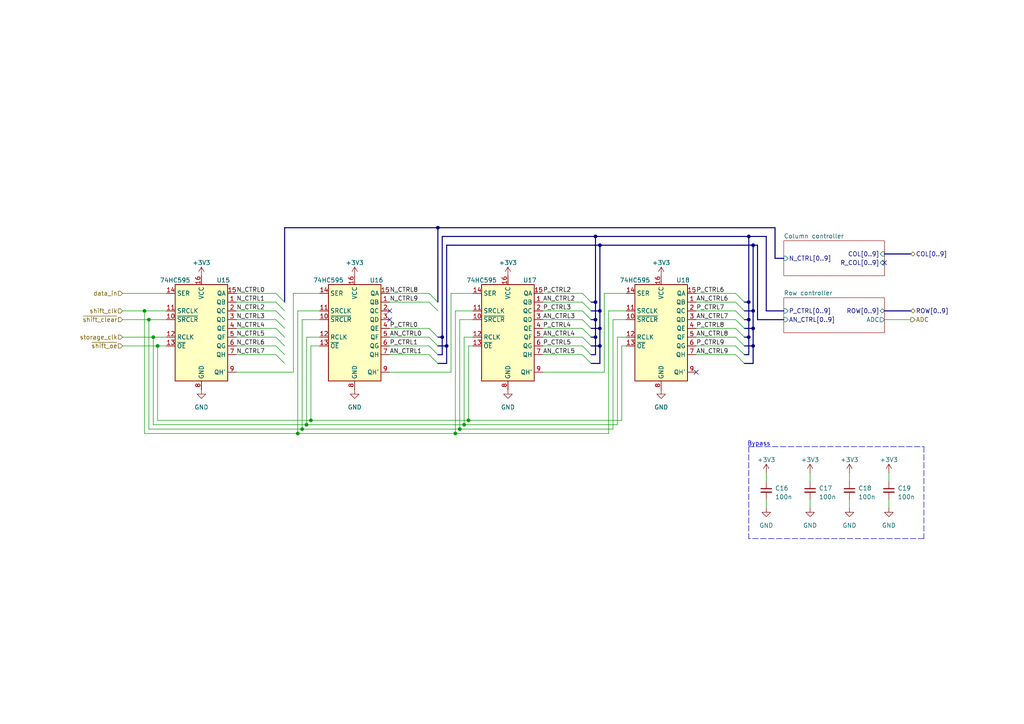
<source format=kicad_sch>
(kicad_sch (version 20210406) (generator eeschema)
  (paper "A4")
  (title_block (title "LED matrix w/ ADC") (date "26/05/2021") (rev "1") (company "Mario Rubio (mrrb.eu)"))
  (lib_symbols
    (symbol "74xx:74HC595"
      (property "Reference" "U" (at -7.62 13.97 0))
      (property "Value" "74HC595" (at -7.62 -16.51 0))
      (symbol "74HC595_1_0"
        (pin tri_state line (at 10.16 7.62 180) (length 2.54) (name "QB") (number "1"))
        (pin input line (at -10.16 2.54 0) (length 2.54) (name "~SRCLR") (number "10"))
        (pin input line (at -10.16 5.08 0) (length 2.54) (name "SRCLK") (number "11"))
        (pin input line (at -10.16 -2.54 0) (length 2.54) (name "RCLK") (number "12"))
        (pin input line (at -10.16 -5.08 0) (length 2.54) (name "~OE") (number "13"))
        (pin input line (at -10.16 10.16 0) (length 2.54) (name "SER") (number "14"))
        (pin tri_state line (at 10.16 10.16 180) (length 2.54) (name "QA") (number "15"))
        (pin power_in line (at 0 15.24 270) (length 2.54) (name "VCC") (number "16"))
        (pin tri_state line (at 10.16 5.08 180) (length 2.54) (name "QC") (number "2"))
        (pin tri_state line (at 10.16 2.54 180) (length 2.54) (name "QD") (number "3"))
        (pin tri_state line (at 10.16 0 180) (length 2.54) (name "QE") (number "4"))
        (pin tri_state line (at 10.16 -2.54 180) (length 2.54) (name "QF") (number "5"))
        (pin tri_state line (at 10.16 -5.08 180) (length 2.54) (name "QG") (number "6"))
        (pin tri_state line (at 10.16 -7.62 180) (length 2.54) (name "QH") (number "7"))
        (pin power_in line (at 0 -17.78 90) (length 2.54) (name "GND") (number "8"))
        (pin output line (at 10.16 -12.7 180) (length 2.54) (name "QH'") (number "9"))
      )
      (symbol "74HC595_1_1"
        (rectangle (start -7.62 12.7) (end 7.62 -15.24) (stroke (width 0.254)) (fill (type background)))
      )
    )
    (symbol "Device:C_Small" (pin_numbers hide) (pin_names (offset 0.254) hide)
      (property "Reference" "C" (at 0.254 1.778 0))
      (property "Value" "C_Small" (at 0.254 -2.032 0))
      (symbol "C_Small_0_1"
        (polyline (pts (xy -1.524 -0.508) (xy 1.524 -0.508)) (stroke (width 0.3302)))
        (polyline (pts (xy -1.524 0.508) (xy 1.524 0.508)) (stroke (width 0.3048)))
      )
      (symbol "C_Small_1_1"
        (pin passive line (at 0 2.54 270) (length 2.032) (name "~") (number "1"))
        (pin passive line (at 0 -2.54 90) (length 2.032) (name "~") (number "2"))
      )
    )
    (symbol "power:+3.3V" (power) (pin_names (offset 0))
      (property "Value" "+3.3V" (at 0 3.556 0))
      (symbol "+3.3V_0_1"
        (polyline (pts (xy -0.762 1.27) (xy 0 2.54)))
        (polyline (pts (xy 0 0) (xy 0 2.54)))
        (polyline (pts (xy 0 2.54) (xy 0.762 1.27)))
      )
      (symbol "+3.3V_1_1"
        (pin power_in line (at 0 0 90) (length 0) hide (name "+3V3") (number "1"))
      )
    )
    (symbol "power:+3.3V_1" (power) (pin_names (offset 0))
      (property "Value" "+3.3V" (at 0 3.556 0))
      (symbol "+3.3V_1_0_1"
        (polyline (pts (xy -0.762 1.27) (xy 0 2.54)))
        (polyline (pts (xy 0 0) (xy 0 2.54)))
        (polyline (pts (xy 0 2.54) (xy 0.762 1.27)))
      )
      (symbol "+3.3V_1_1_1"
        (pin power_in line (at 0 0 90) (length 0) hide (name "+3V3") (number "1"))
      )
    )
    (symbol "power:+3.3V_2" (power) (pin_names (offset 0))
      (property "Value" "+3.3V" (at 0 3.556 0))
      (symbol "+3.3V_2_0_1"
        (polyline (pts (xy -0.762 1.27) (xy 0 2.54)))
        (polyline (pts (xy 0 0) (xy 0 2.54)))
        (polyline (pts (xy 0 2.54) (xy 0.762 1.27)))
      )
      (symbol "+3.3V_2_1_1"
        (pin power_in line (at 0 0 90) (length 0) hide (name "+3V3") (number "1"))
      )
    )
    (symbol "power:+3.3V_3" (power) (pin_names (offset 0))
      (property "Value" "+3.3V" (at 0 3.556 0))
      (symbol "+3.3V_3_0_1"
        (polyline (pts (xy -0.762 1.27) (xy 0 2.54)))
        (polyline (pts (xy 0 0) (xy 0 2.54)))
        (polyline (pts (xy 0 2.54) (xy 0.762 1.27)))
      )
      (symbol "+3.3V_3_1_1"
        (pin power_in line (at 0 0 90) (length 0) hide (name "+3V3") (number "1"))
      )
    )
    (symbol "power:+3.3V_4" (power) (pin_names (offset 0))
      (property "Value" "+3.3V" (at 0 3.556 0))
      (symbol "+3.3V_4_0_1"
        (polyline (pts (xy -0.762 1.27) (xy 0 2.54)))
        (polyline (pts (xy 0 0) (xy 0 2.54)))
        (polyline (pts (xy 0 2.54) (xy 0.762 1.27)))
      )
      (symbol "+3.3V_4_1_1"
        (pin power_in line (at 0 0 90) (length 0) hide (name "+3V3") (number "1"))
      )
    )
    (symbol "power:+3.3V_6" (power) (pin_names (offset 0))
      (property "Value" "+3.3V" (at 0 3.556 0))
      (symbol "+3.3V_6_0_1"
        (polyline (pts (xy -0.762 1.27) (xy 0 2.54)))
        (polyline (pts (xy 0 0) (xy 0 2.54)))
        (polyline (pts (xy 0 2.54) (xy 0.762 1.27)))
      )
      (symbol "+3.3V_6_1_1"
        (pin power_in line (at 0 0 90) (length 0) hide (name "+3V3") (number "1"))
      )
    )
    (symbol "power:+3.3V_7" (power) (pin_names (offset 0))
      (property "Value" "+3.3V" (at 0 3.556 0))
      (symbol "+3.3V_7_0_1"
        (polyline (pts (xy -0.762 1.27) (xy 0 2.54)))
        (polyline (pts (xy 0 0) (xy 0 2.54)))
        (polyline (pts (xy 0 2.54) (xy 0.762 1.27)))
      )
      (symbol "+3.3V_7_1_1"
        (pin power_in line (at 0 0 90) (length 0) hide (name "+3V3") (number "1"))
      )
    )
    (symbol "power:GND" (power) (pin_names (offset 0))
      (property "Value" "GND" (at 0 -3.81 0))
      (symbol "GND_0_1"
        (polyline (pts (xy 0 0) (xy 0 -1.27) (xy 1.27 -1.27) (xy 0 -2.54) (xy -1.27 -1.27) (xy 0 -1.27)))
      )
      (symbol "GND_1_1"
        (pin power_in line (at 0 0 270) (length 0) hide (name "GND") (number "1"))
      )
    )
  )
  (junction (at 41.91 90.17) (diameter 0.9144))
  (junction (at 43.18 92.71) (diameter 0.9144))
  (junction (at 44.45 97.79) (diameter 0.9144))
  (junction (at 45.72 100.33) (diameter 0.9144))
  (junction (at 86.36 125.73) (diameter 0.9144))
  (junction (at 87.63 124.46) (diameter 0.9144))
  (junction (at 88.9 123.19) (diameter 0.9144))
  (junction (at 90.17 121.92) (diameter 0.9144))
  (junction (at 132.08 125.73) (diameter 0.9144))
  (junction (at 133.35 124.46) (diameter 0.9144))
  (junction (at 134.62 123.19) (diameter 0.9144))
  (junction (at 135.89 121.92) (diameter 0.9144))
  (junction (at 127 66.04) (diameter 0.9144))
  (junction (at 128.27 97.79) (diameter 0.9144))
  (junction (at 129.54 100.33) (diameter 0.9144))
  (junction (at 172.72 68.58) (diameter 0.9144))
  (junction (at 172.72 87.63) (diameter 0.9144))
  (junction (at 172.72 92.71) (diameter 0.9144))
  (junction (at 172.72 97.79) (diameter 0.9144))
  (junction (at 173.99 71.12) (diameter 0.9144))
  (junction (at 173.99 90.17) (diameter 0.9144))
  (junction (at 173.99 95.25) (diameter 0.9144))
  (junction (at 173.99 100.33) (diameter 0.9144))
  (junction (at 217.17 68.58) (diameter 0.9144))
  (junction (at 217.17 87.63) (diameter 0.9144))
  (junction (at 217.17 92.71) (diameter 0.9144))
  (junction (at 217.17 97.79) (diameter 0.9144))
  (junction (at 218.44 71.12) (diameter 0.9144))
  (junction (at 218.44 90.17) (diameter 0.9144))
  (junction (at 218.44 95.25) (diameter 0.9144))
  (junction (at 218.44 100.33) (diameter 0.9144))
  (no_connect (at 113.03 90.17))
  (no_connect (at 113.03 92.71))
  (no_connect (at 201.93 107.95))
  (no_connect (at 256.54 76.2))
  (bus_entry (at 80.01 85.09) (size 2.54 2.54) (stroke (width 0.1524)))
  (bus_entry (at 80.01 87.63) (size 2.54 2.54) (stroke (width 0.1524)))
  (bus_entry (at 80.01 90.17) (size 2.54 2.54) (stroke (width 0.1524)))
  (bus_entry (at 80.01 92.71) (size 2.54 2.54) (stroke (width 0.1524)))
  (bus_entry (at 80.01 95.25) (size 2.54 2.54) (stroke (width 0.1524)))
  (bus_entry (at 80.01 97.79) (size 2.54 2.54) (stroke (width 0.1524)))
  (bus_entry (at 80.01 100.33) (size 2.54 2.54) (stroke (width 0.1524)))
  (bus_entry (at 80.01 102.87) (size 2.54 2.54) (stroke (width 0.1524)))
  (bus_entry (at 124.46 85.09) (size 2.54 2.54) (stroke (width 0.1524)))
  (bus_entry (at 124.46 87.63) (size 2.54 2.54) (stroke (width 0.1524)))
  (bus_entry (at 124.46 95.25) (size 2.54 2.54) (stroke (width 0.1524)))
  (bus_entry (at 124.46 97.79) (size 2.54 2.54) (stroke (width 0.1524)))
  (bus_entry (at 124.46 100.33) (size 2.54 2.54) (stroke (width 0.1524)))
  (bus_entry (at 124.46 102.87) (size 2.54 2.54) (stroke (width 0.1524)))
  (bus_entry (at 168.91 85.09) (size 2.54 2.54) (stroke (width 0.1524)))
  (bus_entry (at 168.91 87.63) (size 2.54 2.54) (stroke (width 0.1524)))
  (bus_entry (at 168.91 90.17) (size 2.54 2.54) (stroke (width 0.1524)))
  (bus_entry (at 168.91 92.71) (size 2.54 2.54) (stroke (width 0.1524)))
  (bus_entry (at 168.91 95.25) (size 2.54 2.54) (stroke (width 0.1524)))
  (bus_entry (at 168.91 97.79) (size 2.54 2.54) (stroke (width 0.1524)))
  (bus_entry (at 168.91 100.33) (size 2.54 2.54) (stroke (width 0.1524)))
  (bus_entry (at 168.91 102.87) (size 2.54 2.54) (stroke (width 0.1524)))
  (bus_entry (at 213.36 85.09) (size 2.54 2.54) (stroke (width 0.1524)))
  (bus_entry (at 213.36 87.63) (size 2.54 2.54) (stroke (width 0.1524)))
  (bus_entry (at 213.36 90.17) (size 2.54 2.54) (stroke (width 0.1524)))
  (bus_entry (at 213.36 92.71) (size 2.54 2.54) (stroke (width 0.1524)))
  (bus_entry (at 213.36 95.25) (size 2.54 2.54) (stroke (width 0.1524)))
  (bus_entry (at 213.36 97.79) (size 2.54 2.54) (stroke (width 0.1524)))
  (bus_entry (at 213.36 100.33) (size 2.54 2.54) (stroke (width 0.1524)))
  (bus_entry (at 213.36 102.87) (size 2.54 2.54) (stroke (width 0.1524)))
  (wire (pts (xy 35.56 85.09) (xy 48.26 85.09)))
  (wire (pts (xy 35.56 90.17) (xy 41.91 90.17)))
  (wire (pts (xy 35.56 92.71) (xy 43.18 92.71)))
  (wire (pts (xy 35.56 97.79) (xy 44.45 97.79)))
  (wire (pts (xy 35.56 100.33) (xy 45.72 100.33)))
  (wire (pts (xy 41.91 90.17) (xy 48.26 90.17)))
  (wire (pts (xy 41.91 125.73) (xy 41.91 90.17)))
  (wire (pts (xy 43.18 92.71) (xy 43.18 124.46)))
  (wire (pts (xy 43.18 92.71) (xy 48.26 92.71)))
  (wire (pts (xy 43.18 124.46) (xy 87.63 124.46)))
  (wire (pts (xy 44.45 97.79) (xy 44.45 123.19)))
  (wire (pts (xy 44.45 97.79) (xy 48.26 97.79)))
  (wire (pts (xy 44.45 123.19) (xy 88.9 123.19)))
  (wire (pts (xy 45.72 100.33) (xy 45.72 121.92)))
  (wire (pts (xy 45.72 100.33) (xy 48.26 100.33)))
  (wire (pts (xy 45.72 121.92) (xy 90.17 121.92)))
  (wire (pts (xy 68.58 85.09) (xy 80.01 85.09)))
  (wire (pts (xy 68.58 87.63) (xy 80.01 87.63)))
  (wire (pts (xy 68.58 90.17) (xy 80.01 90.17)))
  (wire (pts (xy 68.58 92.71) (xy 80.01 92.71)))
  (wire (pts (xy 68.58 95.25) (xy 80.01 95.25)))
  (wire (pts (xy 68.58 97.79) (xy 80.01 97.79)))
  (wire (pts (xy 68.58 100.33) (xy 80.01 100.33)))
  (wire (pts (xy 68.58 102.87) (xy 80.01 102.87)))
  (wire (pts (xy 68.58 107.95) (xy 85.09 107.95)))
  (wire (pts (xy 85.09 85.09) (xy 92.71 85.09)))
  (wire (pts (xy 85.09 107.95) (xy 85.09 85.09)))
  (wire (pts (xy 86.36 90.17) (xy 86.36 125.73)))
  (wire (pts (xy 86.36 90.17) (xy 92.71 90.17)))
  (wire (pts (xy 86.36 125.73) (xy 41.91 125.73)))
  (wire (pts (xy 86.36 125.73) (xy 132.08 125.73)))
  (wire (pts (xy 87.63 92.71) (xy 92.71 92.71)))
  (wire (pts (xy 87.63 124.46) (xy 87.63 92.71)))
  (wire (pts (xy 87.63 124.46) (xy 133.35 124.46)))
  (wire (pts (xy 88.9 97.79) (xy 92.71 97.79)))
  (wire (pts (xy 88.9 123.19) (xy 88.9 97.79)))
  (wire (pts (xy 88.9 123.19) (xy 134.62 123.19)))
  (wire (pts (xy 90.17 100.33) (xy 92.71 100.33)))
  (wire (pts (xy 90.17 121.92) (xy 90.17 100.33)))
  (wire (pts (xy 90.17 121.92) (xy 135.89 121.92)))
  (wire (pts (xy 113.03 85.09) (xy 124.46 85.09)))
  (wire (pts (xy 113.03 87.63) (xy 124.46 87.63)))
  (wire (pts (xy 113.03 95.25) (xy 124.46 95.25)))
  (wire (pts (xy 113.03 97.79) (xy 124.46 97.79)))
  (wire (pts (xy 113.03 100.33) (xy 124.46 100.33)))
  (wire (pts (xy 113.03 102.87) (xy 124.46 102.87)))
  (wire (pts (xy 113.03 107.95) (xy 130.81 107.95)))
  (wire (pts (xy 130.81 85.09) (xy 137.16 85.09)))
  (wire (pts (xy 130.81 107.95) (xy 130.81 85.09)))
  (wire (pts (xy 132.08 90.17) (xy 132.08 125.73)))
  (wire (pts (xy 132.08 90.17) (xy 137.16 90.17)))
  (wire (pts (xy 132.08 125.73) (xy 176.53 125.73)))
  (wire (pts (xy 133.35 92.71) (xy 137.16 92.71)))
  (wire (pts (xy 133.35 124.46) (xy 133.35 92.71)))
  (wire (pts (xy 133.35 124.46) (xy 177.8 124.46)))
  (wire (pts (xy 134.62 97.79) (xy 137.16 97.79)))
  (wire (pts (xy 134.62 123.19) (xy 134.62 97.79)))
  (wire (pts (xy 134.62 123.19) (xy 179.07 123.19)))
  (wire (pts (xy 135.89 100.33) (xy 137.16 100.33)))
  (wire (pts (xy 135.89 121.92) (xy 135.89 100.33)))
  (wire (pts (xy 135.89 121.92) (xy 180.34 121.92)))
  (wire (pts (xy 157.48 85.09) (xy 168.91 85.09)))
  (wire (pts (xy 157.48 87.63) (xy 168.91 87.63)))
  (wire (pts (xy 157.48 90.17) (xy 168.91 90.17)))
  (wire (pts (xy 157.48 92.71) (xy 168.91 92.71)))
  (wire (pts (xy 157.48 95.25) (xy 168.91 95.25)))
  (wire (pts (xy 157.48 97.79) (xy 168.91 97.79)))
  (wire (pts (xy 157.48 100.33) (xy 168.91 100.33)))
  (wire (pts (xy 157.48 102.87) (xy 168.91 102.87)))
  (wire (pts (xy 157.48 107.95) (xy 175.26 107.95)))
  (wire (pts (xy 175.26 85.09) (xy 181.61 85.09)))
  (wire (pts (xy 175.26 107.95) (xy 175.26 85.09)))
  (wire (pts (xy 176.53 90.17) (xy 176.53 125.73)))
  (wire (pts (xy 176.53 90.17) (xy 181.61 90.17)))
  (wire (pts (xy 177.8 92.71) (xy 181.61 92.71)))
  (wire (pts (xy 177.8 124.46) (xy 177.8 92.71)))
  (wire (pts (xy 179.07 97.79) (xy 181.61 97.79)))
  (wire (pts (xy 179.07 123.19) (xy 179.07 97.79)))
  (wire (pts (xy 180.34 100.33) (xy 181.61 100.33)))
  (wire (pts (xy 180.34 121.92) (xy 180.34 100.33)))
  (wire (pts (xy 201.93 85.09) (xy 213.36 85.09)))
  (wire (pts (xy 201.93 87.63) (xy 213.36 87.63)))
  (wire (pts (xy 201.93 90.17) (xy 213.36 90.17)))
  (wire (pts (xy 201.93 92.71) (xy 213.36 92.71)))
  (wire (pts (xy 201.93 95.25) (xy 213.36 95.25)))
  (wire (pts (xy 201.93 97.79) (xy 213.36 97.79)))
  (wire (pts (xy 201.93 100.33) (xy 213.36 100.33)))
  (wire (pts (xy 201.93 102.87) (xy 213.36 102.87)))
  (wire (pts (xy 222.25 137.16) (xy 222.25 139.7)))
  (wire (pts (xy 222.25 144.78) (xy 222.25 147.32)))
  (wire (pts (xy 234.95 137.16) (xy 234.95 139.7)))
  (wire (pts (xy 234.95 144.78) (xy 234.95 147.32)))
  (wire (pts (xy 246.38 137.16) (xy 246.38 139.7)))
  (wire (pts (xy 246.38 144.78) (xy 246.38 147.32)))
  (wire (pts (xy 256.54 92.71) (xy 264.16 92.71)))
  (wire (pts (xy 257.81 137.16) (xy 257.81 139.7)))
  (wire (pts (xy 257.81 144.78) (xy 257.81 147.32)))
  (bus (pts (xy 82.55 66.04) (xy 82.55 105.41)))
  (bus (pts (xy 82.55 66.04) (xy 127 66.04)))
  (bus (pts (xy 127 66.04) (xy 127 90.17)))
  (bus (pts (xy 127 66.04) (xy 224.79 66.04)))
  (bus (pts (xy 127 97.79) (xy 128.27 97.79)))
  (bus (pts (xy 127 100.33) (xy 129.54 100.33)))
  (bus (pts (xy 127 102.87) (xy 128.27 102.87)))
  (bus (pts (xy 127 105.41) (xy 129.54 105.41)))
  (bus (pts (xy 128.27 68.58) (xy 128.27 97.79)))
  (bus (pts (xy 128.27 68.58) (xy 172.72 68.58)))
  (bus (pts (xy 128.27 97.79) (xy 128.27 102.87)))
  (bus (pts (xy 129.54 71.12) (xy 173.99 71.12)))
  (bus (pts (xy 129.54 100.33) (xy 129.54 71.12)))
  (bus (pts (xy 129.54 105.41) (xy 129.54 100.33)))
  (bus (pts (xy 171.45 87.63) (xy 172.72 87.63)))
  (bus (pts (xy 171.45 90.17) (xy 173.99 90.17)))
  (bus (pts (xy 171.45 92.71) (xy 172.72 92.71)))
  (bus (pts (xy 171.45 95.25) (xy 173.99 95.25)))
  (bus (pts (xy 171.45 97.79) (xy 172.72 97.79)))
  (bus (pts (xy 171.45 100.33) (xy 173.99 100.33)))
  (bus (pts (xy 171.45 102.87) (xy 172.72 102.87)))
  (bus (pts (xy 171.45 105.41) (xy 173.99 105.41)))
  (bus (pts (xy 172.72 68.58) (xy 172.72 87.63)))
  (bus (pts (xy 172.72 68.58) (xy 217.17 68.58)))
  (bus (pts (xy 172.72 92.71) (xy 172.72 87.63)))
  (bus (pts (xy 172.72 92.71) (xy 172.72 97.79)))
  (bus (pts (xy 172.72 97.79) (xy 172.72 102.87)))
  (bus (pts (xy 173.99 71.12) (xy 173.99 90.17)))
  (bus (pts (xy 173.99 71.12) (xy 218.44 71.12)))
  (bus (pts (xy 173.99 90.17) (xy 173.99 95.25)))
  (bus (pts (xy 173.99 95.25) (xy 173.99 100.33)))
  (bus (pts (xy 173.99 100.33) (xy 173.99 105.41)))
  (bus (pts (xy 215.9 87.63) (xy 217.17 87.63)))
  (bus (pts (xy 215.9 90.17) (xy 218.44 90.17)))
  (bus (pts (xy 215.9 92.71) (xy 217.17 92.71)))
  (bus (pts (xy 215.9 95.25) (xy 218.44 95.25)))
  (bus (pts (xy 215.9 97.79) (xy 217.17 97.79)))
  (bus (pts (xy 215.9 100.33) (xy 218.44 100.33)))
  (bus (pts (xy 215.9 102.87) (xy 217.17 102.87)))
  (bus (pts (xy 215.9 105.41) (xy 218.44 105.41)))
  (bus (pts (xy 217.17 68.58) (xy 217.17 87.63)))
  (bus (pts (xy 217.17 68.58) (xy 222.25 68.58)))
  (bus (pts (xy 217.17 87.63) (xy 217.17 92.71)))
  (bus (pts (xy 217.17 92.71) (xy 217.17 97.79)))
  (bus (pts (xy 217.17 97.79) (xy 217.17 102.87)))
  (bus (pts (xy 218.44 71.12) (xy 218.44 90.17)))
  (bus (pts (xy 218.44 71.12) (xy 219.71 71.12)))
  (bus (pts (xy 218.44 90.17) (xy 218.44 95.25)))
  (bus (pts (xy 218.44 95.25) (xy 218.44 100.33)))
  (bus (pts (xy 218.44 100.33) (xy 218.44 105.41)))
  (bus (pts (xy 219.71 92.71) (xy 219.71 71.12)))
  (bus (pts (xy 222.25 68.58) (xy 222.25 90.17)))
  (bus (pts (xy 222.25 90.17) (xy 227.33 90.17)))
  (bus (pts (xy 224.79 66.04) (xy 224.79 74.93)))
  (bus (pts (xy 224.79 74.93) (xy 227.33 74.93)))
  (bus (pts (xy 227.33 92.71) (xy 219.71 92.71)))
  (bus (pts (xy 256.54 73.66) (xy 264.16 73.66)))
  (bus (pts (xy 256.54 90.17) (xy 264.16 90.17)))
  (polyline (pts (xy 217.17 129.54) (xy 217.17 156.21)) (stroke (width 0) (type dash)))
  (polyline (pts (xy 217.17 129.54) (xy 267.97 129.54)) (stroke (width 0) (type dash)))
  (polyline (pts (xy 267.97 129.54) (xy 267.97 156.21)) (stroke (width 0) (type dash)))
  (polyline (pts (xy 267.97 156.21) (xy 217.17 156.21)) (stroke (width 0) (type dash)))
  (text "Bypass" (at 223.52 129.54 180) (effects (font (size 1.27 1.27)) (justify right bottom)))
  (label "N_CTRL0" (at 68.58 85.09 0))
  (label "N_CTRL1" (at 68.58 87.63 0))
  (label "N_CTRL2" (at 68.58 90.17 0))
  (label "N_CTRL3" (at 68.58 92.71 0))
  (label "N_CTRL4" (at 68.58 95.25 0))
  (label "N_CTRL5" (at 68.58 97.79 0))
  (label "N_CTRL6" (at 68.58 100.33 0))
  (label "N_CTRL7" (at 68.58 102.87 0))
  (label "N_CTRL8" (at 113.03 85.09 0))
  (label "N_CTRL9" (at 113.03 87.63 0))
  (label "P_CTRL0" (at 113.03 95.25 0))
  (label "AN_CTRL0" (at 113.03 97.79 0))
  (label "P_CTRL1" (at 113.03 100.33 0))
  (label "AN_CTRL1" (at 113.03 102.87 0))
  (label "P_CTRL2" (at 157.48 85.09 0))
  (label "AN_CTRL2" (at 157.48 87.63 0))
  (label "P_CTRL3" (at 157.48 90.17 0))
  (label "AN_CTRL3" (at 157.48 92.71 0))
  (label "P_CTRL4" (at 157.48 95.25 0))
  (label "AN_CTRL4" (at 157.48 97.79 0))
  (label "P_CTRL5" (at 157.48 100.33 0))
  (label "AN_CTRL5" (at 157.48 102.87 0))
  (label "P_CTRL6" (at 201.93 85.09 0))
  (label "AN_CTRL6" (at 201.93 87.63 0))
  (label "P_CTRL7" (at 201.93 90.17 0))
  (label "AN_CTRL7" (at 201.93 92.71 0))
  (label "P_CTRL8" (at 201.93 95.25 0))
  (label "AN_CTRL8" (at 201.93 97.79 0))
  (label "P_CTRL9" (at 201.93 100.33 0))
  (label "AN_CTRL9" (at 201.93 102.87 0))
  (hierarchical_label "data_in" (shape input) (at 35.56 85.09 180))
  (hierarchical_label "shift_clk" (shape input) (at 35.56 90.17 180))
  (hierarchical_label "~shift_clear" (shape input) (at 35.56 92.71 180))
  (hierarchical_label "storage_clk" (shape input) (at 35.56 97.79 180))
  (hierarchical_label "~shift_oe" (shape input) (at 35.56 100.33 180))
  (hierarchical_label "COL[0..9]" (shape bidirectional) (at 264.16 73.66 0))
  (hierarchical_label "ROW[0..9]" (shape bidirectional) (at 264.16 90.17 0))
  (hierarchical_label "ADC" (shape output) (at 264.16 92.71 0))
  (symbol (lib_name "power:+3.3V_1") (lib_id "power:+3.3V") (at 58.42 80.01 0) (unit 1)
    (property "Reference" "#PWR067" (effects hide))
    (property "Value" "+3.3V" (at 58.42 76.2 0))
  )
  (symbol (lib_name "power:+3.3V_2") (lib_id "power:+3.3V") (at 102.87 80.01 0) (unit 1)
    (property "Reference" "#PWR068" (effects hide))
    (property "Value" "+3.3V" (at 102.87 76.2 0))
  )
  (symbol (lib_name "power:+3.3V_4") (lib_id "power:+3.3V") (at 147.32 80.01 0) (unit 1)
    (property "Reference" "#PWR069" (effects hide))
    (property "Value" "+3.3V" (at 147.32 76.2 0))
  )
  (symbol (lib_name "power:+3.3V_3") (lib_id "power:+3.3V") (at 191.77 80.01 0) (unit 1)
    (property "Reference" "#PWR070" (effects hide))
    (property "Value" "+3.3V" (at 191.77 76.2 0))
  )
  (symbol (lib_name "power:+3.3V_6") (lib_id "power:+3.3V") (at 222.25 137.16 0) (unit 1)
    (property "Reference" "#PWR075" (effects hide))
    (property "Value" "+3.3V" (at 222.25 133.35 0))
  )
  (symbol (lib_id "power:+3.3V") (at 234.95 137.16 0) (unit 1)
    (property "Reference" "#PWR076" (effects hide))
    (property "Value" "+3.3V" (at 234.95 133.35 0))
  )
  (symbol (lib_name "power:+3.3V_7") (lib_id "power:+3.3V") (at 246.38 137.16 0) (unit 1)
    (property "Reference" "#PWR077" (effects hide))
    (property "Value" "+3.3V" (at 246.38 133.35 0))
  )
  (symbol (lib_id "power:+3.3V") (at 257.81 137.16 0) (unit 1)
    (property "Reference" "#PWR078" (effects hide))
    (property "Value" "+3.3V" (at 257.81 133.35 0))
  )
  (symbol (lib_id "power:GND") (at 58.42 113.03 0) (unit 1)
    (property "Reference" "#PWR071" (effects hide))
    (property "Value" "GND" (at 58.42 118.11 0))
  )
  (symbol (lib_id "power:GND") (at 102.87 113.03 0) (unit 1)
    (property "Reference" "#PWR072" (effects hide))
    (property "Value" "GND" (at 102.87 118.11 0))
  )
  (symbol (lib_id "power:GND") (at 147.32 113.03 0) (unit 1)
    (property "Reference" "#PWR073" (effects hide))
    (property "Value" "GND" (at 147.32 118.11 0))
  )
  (symbol (lib_id "power:GND") (at 191.77 113.03 0) (unit 1)
    (property "Reference" "#PWR074" (effects hide))
    (property "Value" "GND" (at 191.77 118.11 0))
  )
  (symbol (lib_id "power:GND") (at 222.25 147.32 0) (unit 1)
    (property "Reference" "#PWR079" (effects hide))
    (property "Value" "GND" (at 222.25 152.4 0))
  )
  (symbol (lib_id "power:GND") (at 234.95 147.32 0) (unit 1)
    (property "Reference" "#PWR080" (effects hide))
    (property "Value" "GND" (at 234.95 152.4 0))
  )
  (symbol (lib_id "power:GND") (at 246.38 147.32 0) (unit 1)
    (property "Reference" "#PWR081" (effects hide))
    (property "Value" "GND" (at 246.38 152.4 0))
  )
  (symbol (lib_id "power:GND") (at 257.81 147.32 0) (unit 1)
    (property "Reference" "#PWR082" (effects hide))
    (property "Value" "GND" (at 257.81 152.4 0))
  )
  (symbol (lib_id "Device:C_Small") (at 222.25 142.24 0) (unit 1)
    (property "Reference" "C16" (at 224.79 141.6049 0) (effects (justify left)))
    (property "Value" "100n" (at 224.79 144.1449 0) (effects (justify left)))
    (property "Footprint" "Capacitor_SMD:C_0603_1608Metric" (effects hide))
  )
  (symbol (lib_id "Device:C_Small") (at 234.95 142.24 0) (unit 1)
    (property "Reference" "C17" (at 237.49 141.6049 0) (effects (justify left)))
    (property "Value" "100n" (at 237.49 144.1449 0) (effects (justify left)))
    (property "Footprint" "Capacitor_SMD:C_0603_1608Metric" (effects hide))
  )
  (symbol (lib_id "Device:C_Small") (at 246.38 142.24 0) (unit 1)
    (property "Reference" "C18" (at 248.92 141.6049 0) (effects (justify left)))
    (property "Value" "100n" (at 248.92 144.1449 0) (effects (justify left)))
    (property "Footprint" "Capacitor_SMD:C_0603_1608Metric" (effects hide))
  )
  (symbol (lib_id "Device:C_Small") (at 257.81 142.24 0) (unit 1)
    (property "Reference" "C19" (at 260.35 141.6049 0) (effects (justify left)))
    (property "Value" "100n" (at 260.35 144.1449 0) (effects (justify left)))
    (property "Footprint" "Capacitor_SMD:C_0603_1608Metric" (effects hide))
  )
  (symbol (lib_id "74xx:74HC595") (at 58.42 95.25 0) (unit 1)
    (property "Reference" "U15" (at 64.77 81.28 0))
    (property "Value" "74HC595" (at 50.8 81.28 0))
    (property "Footprint" "Package_SO:SOP-16_3.9x9.9mm_P1.27mm" (effects hide))
    (property "Datasheet" "http://www.ti.com/lit/ds/symlink/sn74hc595.pdf" (effects hide))
    (property "LCSC" "C2798023" (effects hide))
  )
  (symbol (lib_id "74xx:74HC595") (at 102.87 95.25 0) (unit 1)
    (property "Reference" "U16" (at 109.22 81.28 0))
    (property "Value" "74HC595" (at 95.25 81.28 0))
    (property "Footprint" "Package_SO:SOP-16_3.9x9.9mm_P1.27mm" (effects hide))
    (property "Datasheet" "http://www.ti.com/lit/ds/symlink/sn74hc595.pdf" (effects hide))
    (property "LCSC" "C2798023" (effects hide))
  )
  (symbol (lib_id "74xx:74HC595") (at 147.32 95.25 0) (unit 1)
    (property "Reference" "U17" (at 153.67 81.28 0))
    (property "Value" "74HC595" (at 139.7 81.28 0))
    (property "Footprint" "Package_SO:SOP-16_3.9x9.9mm_P1.27mm" (effects hide))
    (property "Datasheet" "http://www.ti.com/lit/ds/symlink/sn74hc595.pdf" (effects hide))
    (property "LCSC" "C2798023" (effects hide))
  )
  (symbol (lib_id "74xx:74HC595") (at 191.77 95.25 0) (unit 1)
    (property "Reference" "U18" (at 198.12 81.28 0))
    (property "Value" "74HC595" (at 184.15 81.28 0))
    (property "Footprint" "Package_SO:SOP-16_3.9x9.9mm_P1.27mm" (effects hide))
    (property "Datasheet" "http://www.ti.com/lit/ds/symlink/sn74hc595.pdf" (effects hide))
    (property "LCSC" "C2798023" (effects hide))
  )
  (sheet (at 227.33 69.85) (size 29.21 10.16) (stroke (width 0.0006))
    (property "Sheet name" "Column controller" (at 227.33 69.2143 0) (effects (justify left bottom)))
    (property "Sheet file" "column_controller.kicad_sch" (effects hide))
    (pin "N_CTRL[0..9]" input (at 227.33 74.93 180))
    (pin "COL[0..9]" input (at 256.54 73.66 0))
    (pin "R_COL[0..9]" input (at 256.54 76.2 0))
  )
  (sheet (at 227.33 86.36) (size 29.21 10.16) (stroke (width 0.0006))
    (property "Sheet name" "Row controller" (at 227.33 85.7243 0) (effects (justify left bottom)))
    (property "Sheet file" "row_controller.kicad_sch" (effects hide))
    (pin "ROW[0..9]" bidirectional (at 256.54 90.17 0))
    (pin "P_CTRL[0..9]" input (at 227.33 90.17 180))
    (pin "AN_CTRL[0..9]" input (at 227.33 92.71 180))
    (pin "ADC" output (at 256.54 92.71 0))
  )
)
</source>
